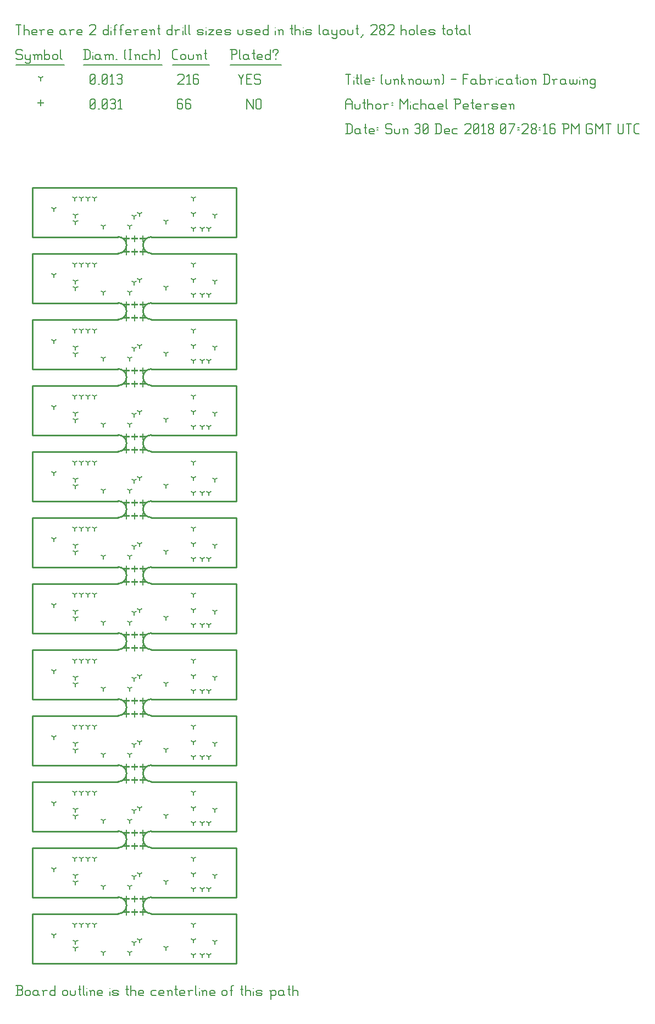
<source format=gbr>
G04 start of page 13 for group -3984 idx -3984 *
G04 Title: (unknown), fab *
G04 Creator: pcb 20140316 *
G04 CreationDate: Sun 30 Dec 2018 07:28:16 PM GMT UTC *
G04 For: railfan *
G04 Format: Gerber/RS-274X *
G04 PCB-Dimensions (mil): 1435.00 4900.00 *
G04 PCB-Coordinate-Origin: lower left *
%MOIN*%
%FSLAX25Y25*%
%LNFAB*%
%ADD52C,0.0100*%
%ADD51C,0.0075*%
%ADD50C,0.0060*%
%ADD49R,0.0080X0.0080*%
G54D49*X77000Y442600D02*Y439400D01*
X75400Y441000D02*X78600D01*
X67000Y442600D02*Y439400D01*
X65400Y441000D02*X68600D01*
X72000Y442600D02*Y439400D01*
X70400Y441000D02*X73600D01*
X77000Y450600D02*Y447400D01*
X75400Y449000D02*X78600D01*
X72000Y450600D02*Y447400D01*
X70400Y449000D02*X73600D01*
X67000Y450600D02*Y447400D01*
X65400Y449000D02*X68600D01*
X77000Y402600D02*Y399400D01*
X75400Y401000D02*X78600D01*
X67000Y402600D02*Y399400D01*
X65400Y401000D02*X68600D01*
X72000Y402600D02*Y399400D01*
X70400Y401000D02*X73600D01*
X77000Y410600D02*Y407400D01*
X75400Y409000D02*X78600D01*
X72000Y410600D02*Y407400D01*
X70400Y409000D02*X73600D01*
X67000Y410600D02*Y407400D01*
X65400Y409000D02*X68600D01*
X77000Y362600D02*Y359400D01*
X75400Y361000D02*X78600D01*
X67000Y362600D02*Y359400D01*
X65400Y361000D02*X68600D01*
X72000Y362600D02*Y359400D01*
X70400Y361000D02*X73600D01*
X77000Y370600D02*Y367400D01*
X75400Y369000D02*X78600D01*
X72000Y370600D02*Y367400D01*
X70400Y369000D02*X73600D01*
X67000Y370600D02*Y367400D01*
X65400Y369000D02*X68600D01*
X77000Y322600D02*Y319400D01*
X75400Y321000D02*X78600D01*
X67000Y322600D02*Y319400D01*
X65400Y321000D02*X68600D01*
X72000Y322600D02*Y319400D01*
X70400Y321000D02*X73600D01*
X77000Y330600D02*Y327400D01*
X75400Y329000D02*X78600D01*
X72000Y330600D02*Y327400D01*
X70400Y329000D02*X73600D01*
X67000Y330600D02*Y327400D01*
X65400Y329000D02*X68600D01*
X77000Y282600D02*Y279400D01*
X75400Y281000D02*X78600D01*
X67000Y282600D02*Y279400D01*
X65400Y281000D02*X68600D01*
X72000Y282600D02*Y279400D01*
X70400Y281000D02*X73600D01*
X77000Y290600D02*Y287400D01*
X75400Y289000D02*X78600D01*
X72000Y290600D02*Y287400D01*
X70400Y289000D02*X73600D01*
X67000Y290600D02*Y287400D01*
X65400Y289000D02*X68600D01*
X77000Y242600D02*Y239400D01*
X75400Y241000D02*X78600D01*
X67000Y242600D02*Y239400D01*
X65400Y241000D02*X68600D01*
X72000Y242600D02*Y239400D01*
X70400Y241000D02*X73600D01*
X77000Y250600D02*Y247400D01*
X75400Y249000D02*X78600D01*
X72000Y250600D02*Y247400D01*
X70400Y249000D02*X73600D01*
X67000Y250600D02*Y247400D01*
X65400Y249000D02*X68600D01*
X77000Y202600D02*Y199400D01*
X75400Y201000D02*X78600D01*
X67000Y202600D02*Y199400D01*
X65400Y201000D02*X68600D01*
X72000Y202600D02*Y199400D01*
X70400Y201000D02*X73600D01*
X77000Y210600D02*Y207400D01*
X75400Y209000D02*X78600D01*
X72000Y210600D02*Y207400D01*
X70400Y209000D02*X73600D01*
X67000Y210600D02*Y207400D01*
X65400Y209000D02*X68600D01*
X77000Y162600D02*Y159400D01*
X75400Y161000D02*X78600D01*
X67000Y162600D02*Y159400D01*
X65400Y161000D02*X68600D01*
X72000Y162600D02*Y159400D01*
X70400Y161000D02*X73600D01*
X77000Y170600D02*Y167400D01*
X75400Y169000D02*X78600D01*
X72000Y170600D02*Y167400D01*
X70400Y169000D02*X73600D01*
X67000Y170600D02*Y167400D01*
X65400Y169000D02*X68600D01*
X77000Y122600D02*Y119400D01*
X75400Y121000D02*X78600D01*
X67000Y122600D02*Y119400D01*
X65400Y121000D02*X68600D01*
X72000Y122600D02*Y119400D01*
X70400Y121000D02*X73600D01*
X77000Y130600D02*Y127400D01*
X75400Y129000D02*X78600D01*
X72000Y130600D02*Y127400D01*
X70400Y129000D02*X73600D01*
X67000Y130600D02*Y127400D01*
X65400Y129000D02*X68600D01*
X77000Y82600D02*Y79400D01*
X75400Y81000D02*X78600D01*
X67000Y82600D02*Y79400D01*
X65400Y81000D02*X68600D01*
X72000Y82600D02*Y79400D01*
X70400Y81000D02*X73600D01*
X77000Y90600D02*Y87400D01*
X75400Y89000D02*X78600D01*
X72000Y90600D02*Y87400D01*
X70400Y89000D02*X73600D01*
X67000Y90600D02*Y87400D01*
X65400Y89000D02*X68600D01*
X77000Y42600D02*Y39400D01*
X75400Y41000D02*X78600D01*
X67000Y42600D02*Y39400D01*
X65400Y41000D02*X68600D01*
X72000Y42600D02*Y39400D01*
X70400Y41000D02*X73600D01*
X77000Y50600D02*Y47400D01*
X75400Y49000D02*X78600D01*
X72000Y50600D02*Y47400D01*
X70400Y49000D02*X73600D01*
X67000Y50600D02*Y47400D01*
X65400Y49000D02*X68600D01*
X15000Y532850D02*Y529650D01*
X13400Y531250D02*X16600D01*
G54D50*X140000Y533500D02*Y527500D01*
Y533500D02*X143750Y527500D01*
Y533500D02*Y527500D01*
X145550Y532750D02*Y528250D01*
Y532750D02*X146300Y533500D01*
X147800D01*
X148550Y532750D01*
Y528250D01*
X147800Y527500D02*X148550Y528250D01*
X146300Y527500D02*X147800D01*
X145550Y528250D02*X146300Y527500D01*
X100250Y533500D02*X101000Y532750D01*
X98750Y533500D02*X100250D01*
X98000Y532750D02*X98750Y533500D01*
X98000Y532750D02*Y528250D01*
X98750Y527500D01*
X100250Y530800D02*X101000Y530050D01*
X98000Y530800D02*X100250D01*
X98750Y527500D02*X100250D01*
X101000Y528250D01*
Y530050D02*Y528250D01*
X105050Y533500D02*X105800Y532750D01*
X103550Y533500D02*X105050D01*
X102800Y532750D02*X103550Y533500D01*
X102800Y532750D02*Y528250D01*
X103550Y527500D01*
X105050Y530800D02*X105800Y530050D01*
X102800Y530800D02*X105050D01*
X103550Y527500D02*X105050D01*
X105800Y528250D01*
Y530050D02*Y528250D01*
X45000D02*X45750Y527500D01*
X45000Y532750D02*Y528250D01*
Y532750D02*X45750Y533500D01*
X47250D01*
X48000Y532750D01*
Y528250D01*
X47250Y527500D02*X48000Y528250D01*
X45750Y527500D02*X47250D01*
X45000Y529000D02*X48000Y532000D01*
X49800Y527500D02*X50550D01*
X52350Y528250D02*X53100Y527500D01*
X52350Y532750D02*Y528250D01*
Y532750D02*X53100Y533500D01*
X54600D01*
X55350Y532750D01*
Y528250D01*
X54600Y527500D02*X55350Y528250D01*
X53100Y527500D02*X54600D01*
X52350Y529000D02*X55350Y532000D01*
X57150Y532750D02*X57900Y533500D01*
X59400D01*
X60150Y532750D01*
X59400Y527500D02*X60150Y528250D01*
X57900Y527500D02*X59400D01*
X57150Y528250D02*X57900Y527500D01*
Y530800D02*X59400D01*
X60150Y532750D02*Y531550D01*
Y530050D02*Y528250D01*
Y530050D02*X59400Y530800D01*
X60150Y531550D02*X59400Y530800D01*
X61950Y532300D02*X63150Y533500D01*
Y527500D01*
X61950D02*X64200D01*
X53000Y456500D02*Y454900D01*
Y456500D02*X54387Y457300D01*
X53000Y456500D02*X51613Y457300D01*
X36063Y459094D02*Y457494D01*
Y459094D02*X37450Y459894D01*
X36063Y459094D02*X34676Y459894D01*
X36063Y463031D02*Y461431D01*
Y463031D02*X37450Y463831D01*
X36063Y463031D02*X34676Y463831D01*
X69000Y456500D02*Y454900D01*
Y456500D02*X70387Y457300D01*
X69000Y456500D02*X67613Y457300D01*
X107500Y464000D02*Y462400D01*
Y464000D02*X108887Y464800D01*
X107500Y464000D02*X106113Y464800D01*
X107500Y455000D02*Y453400D01*
Y455000D02*X108887Y455800D01*
X107500Y455000D02*X106113Y455800D01*
X91000Y459500D02*Y457900D01*
Y459500D02*X92387Y460300D01*
X91000Y459500D02*X89613Y460300D01*
X35500Y473500D02*Y471900D01*
Y473500D02*X36887Y474300D01*
X35500Y473500D02*X34113Y474300D01*
X39500Y473500D02*Y471900D01*
Y473500D02*X40887Y474300D01*
X39500Y473500D02*X38113Y474300D01*
X43500Y473500D02*Y471900D01*
Y473500D02*X44887Y474300D01*
X43500Y473500D02*X42113Y474300D01*
X47500Y473500D02*Y471900D01*
Y473500D02*X48887Y474300D01*
X47500Y473500D02*X46113Y474300D01*
X120500Y463031D02*Y461431D01*
Y463031D02*X121887Y463831D01*
X120500Y463031D02*X119113Y463831D01*
X23000Y466969D02*Y465369D01*
Y466969D02*X24387Y467769D01*
X23000Y466969D02*X21613Y467769D01*
X107500Y473500D02*Y471900D01*
Y473500D02*X108887Y474300D01*
X107500Y473500D02*X106113Y474300D01*
X113000Y455000D02*Y453400D01*
Y455000D02*X114387Y455800D01*
X113000Y455000D02*X111613Y455800D01*
X117000Y455000D02*Y453400D01*
Y455000D02*X118387Y455800D01*
X117000Y455000D02*X115613Y455800D01*
X71500Y462500D02*Y460900D01*
Y462500D02*X72887Y463300D01*
X71500Y462500D02*X70113Y463300D01*
X75000Y464000D02*Y462400D01*
Y464000D02*X76387Y464800D01*
X75000Y464000D02*X73613Y464800D01*
X53000Y416500D02*Y414900D01*
Y416500D02*X54387Y417300D01*
X53000Y416500D02*X51613Y417300D01*
X36063Y419094D02*Y417494D01*
Y419094D02*X37450Y419894D01*
X36063Y419094D02*X34676Y419894D01*
X36063Y423031D02*Y421431D01*
Y423031D02*X37450Y423831D01*
X36063Y423031D02*X34676Y423831D01*
X69000Y416500D02*Y414900D01*
Y416500D02*X70387Y417300D01*
X69000Y416500D02*X67613Y417300D01*
X107500Y424000D02*Y422400D01*
Y424000D02*X108887Y424800D01*
X107500Y424000D02*X106113Y424800D01*
X107500Y415000D02*Y413400D01*
Y415000D02*X108887Y415800D01*
X107500Y415000D02*X106113Y415800D01*
X91000Y419500D02*Y417900D01*
Y419500D02*X92387Y420300D01*
X91000Y419500D02*X89613Y420300D01*
X35500Y433500D02*Y431900D01*
Y433500D02*X36887Y434300D01*
X35500Y433500D02*X34113Y434300D01*
X39500Y433500D02*Y431900D01*
Y433500D02*X40887Y434300D01*
X39500Y433500D02*X38113Y434300D01*
X43500Y433500D02*Y431900D01*
Y433500D02*X44887Y434300D01*
X43500Y433500D02*X42113Y434300D01*
X47500Y433500D02*Y431900D01*
Y433500D02*X48887Y434300D01*
X47500Y433500D02*X46113Y434300D01*
X120500Y423031D02*Y421431D01*
Y423031D02*X121887Y423831D01*
X120500Y423031D02*X119113Y423831D01*
X23000Y426969D02*Y425369D01*
Y426969D02*X24387Y427769D01*
X23000Y426969D02*X21613Y427769D01*
X107500Y433500D02*Y431900D01*
Y433500D02*X108887Y434300D01*
X107500Y433500D02*X106113Y434300D01*
X113000Y415000D02*Y413400D01*
Y415000D02*X114387Y415800D01*
X113000Y415000D02*X111613Y415800D01*
X117000Y415000D02*Y413400D01*
Y415000D02*X118387Y415800D01*
X117000Y415000D02*X115613Y415800D01*
X71500Y422500D02*Y420900D01*
Y422500D02*X72887Y423300D01*
X71500Y422500D02*X70113Y423300D01*
X75000Y424000D02*Y422400D01*
Y424000D02*X76387Y424800D01*
X75000Y424000D02*X73613Y424800D01*
X53000Y376500D02*Y374900D01*
Y376500D02*X54387Y377300D01*
X53000Y376500D02*X51613Y377300D01*
X36063Y379094D02*Y377494D01*
Y379094D02*X37450Y379894D01*
X36063Y379094D02*X34676Y379894D01*
X36063Y383031D02*Y381431D01*
Y383031D02*X37450Y383831D01*
X36063Y383031D02*X34676Y383831D01*
X69000Y376500D02*Y374900D01*
Y376500D02*X70387Y377300D01*
X69000Y376500D02*X67613Y377300D01*
X107500Y384000D02*Y382400D01*
Y384000D02*X108887Y384800D01*
X107500Y384000D02*X106113Y384800D01*
X107500Y375000D02*Y373400D01*
Y375000D02*X108887Y375800D01*
X107500Y375000D02*X106113Y375800D01*
X91000Y379500D02*Y377900D01*
Y379500D02*X92387Y380300D01*
X91000Y379500D02*X89613Y380300D01*
X35500Y393500D02*Y391900D01*
Y393500D02*X36887Y394300D01*
X35500Y393500D02*X34113Y394300D01*
X39500Y393500D02*Y391900D01*
Y393500D02*X40887Y394300D01*
X39500Y393500D02*X38113Y394300D01*
X43500Y393500D02*Y391900D01*
Y393500D02*X44887Y394300D01*
X43500Y393500D02*X42113Y394300D01*
X47500Y393500D02*Y391900D01*
Y393500D02*X48887Y394300D01*
X47500Y393500D02*X46113Y394300D01*
X120500Y383031D02*Y381431D01*
Y383031D02*X121887Y383831D01*
X120500Y383031D02*X119113Y383831D01*
X23000Y386969D02*Y385369D01*
Y386969D02*X24387Y387769D01*
X23000Y386969D02*X21613Y387769D01*
X107500Y393500D02*Y391900D01*
Y393500D02*X108887Y394300D01*
X107500Y393500D02*X106113Y394300D01*
X113000Y375000D02*Y373400D01*
Y375000D02*X114387Y375800D01*
X113000Y375000D02*X111613Y375800D01*
X117000Y375000D02*Y373400D01*
Y375000D02*X118387Y375800D01*
X117000Y375000D02*X115613Y375800D01*
X71500Y382500D02*Y380900D01*
Y382500D02*X72887Y383300D01*
X71500Y382500D02*X70113Y383300D01*
X75000Y384000D02*Y382400D01*
Y384000D02*X76387Y384800D01*
X75000Y384000D02*X73613Y384800D01*
X53000Y336500D02*Y334900D01*
Y336500D02*X54387Y337300D01*
X53000Y336500D02*X51613Y337300D01*
X36063Y339094D02*Y337494D01*
Y339094D02*X37450Y339894D01*
X36063Y339094D02*X34676Y339894D01*
X36063Y343031D02*Y341431D01*
Y343031D02*X37450Y343831D01*
X36063Y343031D02*X34676Y343831D01*
X69000Y336500D02*Y334900D01*
Y336500D02*X70387Y337300D01*
X69000Y336500D02*X67613Y337300D01*
X107500Y344000D02*Y342400D01*
Y344000D02*X108887Y344800D01*
X107500Y344000D02*X106113Y344800D01*
X107500Y335000D02*Y333400D01*
Y335000D02*X108887Y335800D01*
X107500Y335000D02*X106113Y335800D01*
X91000Y339500D02*Y337900D01*
Y339500D02*X92387Y340300D01*
X91000Y339500D02*X89613Y340300D01*
X35500Y353500D02*Y351900D01*
Y353500D02*X36887Y354300D01*
X35500Y353500D02*X34113Y354300D01*
X39500Y353500D02*Y351900D01*
Y353500D02*X40887Y354300D01*
X39500Y353500D02*X38113Y354300D01*
X43500Y353500D02*Y351900D01*
Y353500D02*X44887Y354300D01*
X43500Y353500D02*X42113Y354300D01*
X47500Y353500D02*Y351900D01*
Y353500D02*X48887Y354300D01*
X47500Y353500D02*X46113Y354300D01*
X120500Y343031D02*Y341431D01*
Y343031D02*X121887Y343831D01*
X120500Y343031D02*X119113Y343831D01*
X23000Y346969D02*Y345369D01*
Y346969D02*X24387Y347769D01*
X23000Y346969D02*X21613Y347769D01*
X107500Y353500D02*Y351900D01*
Y353500D02*X108887Y354300D01*
X107500Y353500D02*X106113Y354300D01*
X113000Y335000D02*Y333400D01*
Y335000D02*X114387Y335800D01*
X113000Y335000D02*X111613Y335800D01*
X117000Y335000D02*Y333400D01*
Y335000D02*X118387Y335800D01*
X117000Y335000D02*X115613Y335800D01*
X71500Y342500D02*Y340900D01*
Y342500D02*X72887Y343300D01*
X71500Y342500D02*X70113Y343300D01*
X75000Y344000D02*Y342400D01*
Y344000D02*X76387Y344800D01*
X75000Y344000D02*X73613Y344800D01*
X53000Y296500D02*Y294900D01*
Y296500D02*X54387Y297300D01*
X53000Y296500D02*X51613Y297300D01*
X36063Y299094D02*Y297494D01*
Y299094D02*X37450Y299894D01*
X36063Y299094D02*X34676Y299894D01*
X36063Y303031D02*Y301431D01*
Y303031D02*X37450Y303831D01*
X36063Y303031D02*X34676Y303831D01*
X69000Y296500D02*Y294900D01*
Y296500D02*X70387Y297300D01*
X69000Y296500D02*X67613Y297300D01*
X107500Y304000D02*Y302400D01*
Y304000D02*X108887Y304800D01*
X107500Y304000D02*X106113Y304800D01*
X107500Y295000D02*Y293400D01*
Y295000D02*X108887Y295800D01*
X107500Y295000D02*X106113Y295800D01*
X91000Y299500D02*Y297900D01*
Y299500D02*X92387Y300300D01*
X91000Y299500D02*X89613Y300300D01*
X35500Y313500D02*Y311900D01*
Y313500D02*X36887Y314300D01*
X35500Y313500D02*X34113Y314300D01*
X39500Y313500D02*Y311900D01*
Y313500D02*X40887Y314300D01*
X39500Y313500D02*X38113Y314300D01*
X43500Y313500D02*Y311900D01*
Y313500D02*X44887Y314300D01*
X43500Y313500D02*X42113Y314300D01*
X47500Y313500D02*Y311900D01*
Y313500D02*X48887Y314300D01*
X47500Y313500D02*X46113Y314300D01*
X120500Y303031D02*Y301431D01*
Y303031D02*X121887Y303831D01*
X120500Y303031D02*X119113Y303831D01*
X23000Y306969D02*Y305369D01*
Y306969D02*X24387Y307769D01*
X23000Y306969D02*X21613Y307769D01*
X107500Y313500D02*Y311900D01*
Y313500D02*X108887Y314300D01*
X107500Y313500D02*X106113Y314300D01*
X113000Y295000D02*Y293400D01*
Y295000D02*X114387Y295800D01*
X113000Y295000D02*X111613Y295800D01*
X117000Y295000D02*Y293400D01*
Y295000D02*X118387Y295800D01*
X117000Y295000D02*X115613Y295800D01*
X71500Y302500D02*Y300900D01*
Y302500D02*X72887Y303300D01*
X71500Y302500D02*X70113Y303300D01*
X75000Y304000D02*Y302400D01*
Y304000D02*X76387Y304800D01*
X75000Y304000D02*X73613Y304800D01*
X53000Y256500D02*Y254900D01*
Y256500D02*X54387Y257300D01*
X53000Y256500D02*X51613Y257300D01*
X36063Y259094D02*Y257494D01*
Y259094D02*X37450Y259894D01*
X36063Y259094D02*X34676Y259894D01*
X36063Y263031D02*Y261431D01*
Y263031D02*X37450Y263831D01*
X36063Y263031D02*X34676Y263831D01*
X69000Y256500D02*Y254900D01*
Y256500D02*X70387Y257300D01*
X69000Y256500D02*X67613Y257300D01*
X107500Y264000D02*Y262400D01*
Y264000D02*X108887Y264800D01*
X107500Y264000D02*X106113Y264800D01*
X107500Y255000D02*Y253400D01*
Y255000D02*X108887Y255800D01*
X107500Y255000D02*X106113Y255800D01*
X91000Y259500D02*Y257900D01*
Y259500D02*X92387Y260300D01*
X91000Y259500D02*X89613Y260300D01*
X35500Y273500D02*Y271900D01*
Y273500D02*X36887Y274300D01*
X35500Y273500D02*X34113Y274300D01*
X39500Y273500D02*Y271900D01*
Y273500D02*X40887Y274300D01*
X39500Y273500D02*X38113Y274300D01*
X43500Y273500D02*Y271900D01*
Y273500D02*X44887Y274300D01*
X43500Y273500D02*X42113Y274300D01*
X47500Y273500D02*Y271900D01*
Y273500D02*X48887Y274300D01*
X47500Y273500D02*X46113Y274300D01*
X120500Y263031D02*Y261431D01*
Y263031D02*X121887Y263831D01*
X120500Y263031D02*X119113Y263831D01*
X23000Y266969D02*Y265369D01*
Y266969D02*X24387Y267769D01*
X23000Y266969D02*X21613Y267769D01*
X107500Y273500D02*Y271900D01*
Y273500D02*X108887Y274300D01*
X107500Y273500D02*X106113Y274300D01*
X113000Y255000D02*Y253400D01*
Y255000D02*X114387Y255800D01*
X113000Y255000D02*X111613Y255800D01*
X117000Y255000D02*Y253400D01*
Y255000D02*X118387Y255800D01*
X117000Y255000D02*X115613Y255800D01*
X71500Y262500D02*Y260900D01*
Y262500D02*X72887Y263300D01*
X71500Y262500D02*X70113Y263300D01*
X75000Y264000D02*Y262400D01*
Y264000D02*X76387Y264800D01*
X75000Y264000D02*X73613Y264800D01*
X53000Y216500D02*Y214900D01*
Y216500D02*X54387Y217300D01*
X53000Y216500D02*X51613Y217300D01*
X36063Y219094D02*Y217494D01*
Y219094D02*X37450Y219894D01*
X36063Y219094D02*X34676Y219894D01*
X36063Y223031D02*Y221431D01*
Y223031D02*X37450Y223831D01*
X36063Y223031D02*X34676Y223831D01*
X69000Y216500D02*Y214900D01*
Y216500D02*X70387Y217300D01*
X69000Y216500D02*X67613Y217300D01*
X107500Y224000D02*Y222400D01*
Y224000D02*X108887Y224800D01*
X107500Y224000D02*X106113Y224800D01*
X107500Y215000D02*Y213400D01*
Y215000D02*X108887Y215800D01*
X107500Y215000D02*X106113Y215800D01*
X91000Y219500D02*Y217900D01*
Y219500D02*X92387Y220300D01*
X91000Y219500D02*X89613Y220300D01*
X35500Y233500D02*Y231900D01*
Y233500D02*X36887Y234300D01*
X35500Y233500D02*X34113Y234300D01*
X39500Y233500D02*Y231900D01*
Y233500D02*X40887Y234300D01*
X39500Y233500D02*X38113Y234300D01*
X43500Y233500D02*Y231900D01*
Y233500D02*X44887Y234300D01*
X43500Y233500D02*X42113Y234300D01*
X47500Y233500D02*Y231900D01*
Y233500D02*X48887Y234300D01*
X47500Y233500D02*X46113Y234300D01*
X120500Y223031D02*Y221431D01*
Y223031D02*X121887Y223831D01*
X120500Y223031D02*X119113Y223831D01*
X23000Y226969D02*Y225369D01*
Y226969D02*X24387Y227769D01*
X23000Y226969D02*X21613Y227769D01*
X107500Y233500D02*Y231900D01*
Y233500D02*X108887Y234300D01*
X107500Y233500D02*X106113Y234300D01*
X113000Y215000D02*Y213400D01*
Y215000D02*X114387Y215800D01*
X113000Y215000D02*X111613Y215800D01*
X117000Y215000D02*Y213400D01*
Y215000D02*X118387Y215800D01*
X117000Y215000D02*X115613Y215800D01*
X71500Y222500D02*Y220900D01*
Y222500D02*X72887Y223300D01*
X71500Y222500D02*X70113Y223300D01*
X75000Y224000D02*Y222400D01*
Y224000D02*X76387Y224800D01*
X75000Y224000D02*X73613Y224800D01*
X53000Y176500D02*Y174900D01*
Y176500D02*X54387Y177300D01*
X53000Y176500D02*X51613Y177300D01*
X36063Y179094D02*Y177494D01*
Y179094D02*X37450Y179894D01*
X36063Y179094D02*X34676Y179894D01*
X36063Y183031D02*Y181431D01*
Y183031D02*X37450Y183831D01*
X36063Y183031D02*X34676Y183831D01*
X69000Y176500D02*Y174900D01*
Y176500D02*X70387Y177300D01*
X69000Y176500D02*X67613Y177300D01*
X107500Y184000D02*Y182400D01*
Y184000D02*X108887Y184800D01*
X107500Y184000D02*X106113Y184800D01*
X107500Y175000D02*Y173400D01*
Y175000D02*X108887Y175800D01*
X107500Y175000D02*X106113Y175800D01*
X91000Y179500D02*Y177900D01*
Y179500D02*X92387Y180300D01*
X91000Y179500D02*X89613Y180300D01*
X35500Y193500D02*Y191900D01*
Y193500D02*X36887Y194300D01*
X35500Y193500D02*X34113Y194300D01*
X39500Y193500D02*Y191900D01*
Y193500D02*X40887Y194300D01*
X39500Y193500D02*X38113Y194300D01*
X43500Y193500D02*Y191900D01*
Y193500D02*X44887Y194300D01*
X43500Y193500D02*X42113Y194300D01*
X47500Y193500D02*Y191900D01*
Y193500D02*X48887Y194300D01*
X47500Y193500D02*X46113Y194300D01*
X120500Y183031D02*Y181431D01*
Y183031D02*X121887Y183831D01*
X120500Y183031D02*X119113Y183831D01*
X23000Y186969D02*Y185369D01*
Y186969D02*X24387Y187769D01*
X23000Y186969D02*X21613Y187769D01*
X107500Y193500D02*Y191900D01*
Y193500D02*X108887Y194300D01*
X107500Y193500D02*X106113Y194300D01*
X113000Y175000D02*Y173400D01*
Y175000D02*X114387Y175800D01*
X113000Y175000D02*X111613Y175800D01*
X117000Y175000D02*Y173400D01*
Y175000D02*X118387Y175800D01*
X117000Y175000D02*X115613Y175800D01*
X71500Y182500D02*Y180900D01*
Y182500D02*X72887Y183300D01*
X71500Y182500D02*X70113Y183300D01*
X75000Y184000D02*Y182400D01*
Y184000D02*X76387Y184800D01*
X75000Y184000D02*X73613Y184800D01*
X53000Y136500D02*Y134900D01*
Y136500D02*X54387Y137300D01*
X53000Y136500D02*X51613Y137300D01*
X36063Y139094D02*Y137494D01*
Y139094D02*X37450Y139894D01*
X36063Y139094D02*X34676Y139894D01*
X36063Y143031D02*Y141431D01*
Y143031D02*X37450Y143831D01*
X36063Y143031D02*X34676Y143831D01*
X69000Y136500D02*Y134900D01*
Y136500D02*X70387Y137300D01*
X69000Y136500D02*X67613Y137300D01*
X107500Y144000D02*Y142400D01*
Y144000D02*X108887Y144800D01*
X107500Y144000D02*X106113Y144800D01*
X107500Y135000D02*Y133400D01*
Y135000D02*X108887Y135800D01*
X107500Y135000D02*X106113Y135800D01*
X91000Y139500D02*Y137900D01*
Y139500D02*X92387Y140300D01*
X91000Y139500D02*X89613Y140300D01*
X35500Y153500D02*Y151900D01*
Y153500D02*X36887Y154300D01*
X35500Y153500D02*X34113Y154300D01*
X39500Y153500D02*Y151900D01*
Y153500D02*X40887Y154300D01*
X39500Y153500D02*X38113Y154300D01*
X43500Y153500D02*Y151900D01*
Y153500D02*X44887Y154300D01*
X43500Y153500D02*X42113Y154300D01*
X47500Y153500D02*Y151900D01*
Y153500D02*X48887Y154300D01*
X47500Y153500D02*X46113Y154300D01*
X120500Y143031D02*Y141431D01*
Y143031D02*X121887Y143831D01*
X120500Y143031D02*X119113Y143831D01*
X23000Y146969D02*Y145369D01*
Y146969D02*X24387Y147769D01*
X23000Y146969D02*X21613Y147769D01*
X107500Y153500D02*Y151900D01*
Y153500D02*X108887Y154300D01*
X107500Y153500D02*X106113Y154300D01*
X113000Y135000D02*Y133400D01*
Y135000D02*X114387Y135800D01*
X113000Y135000D02*X111613Y135800D01*
X117000Y135000D02*Y133400D01*
Y135000D02*X118387Y135800D01*
X117000Y135000D02*X115613Y135800D01*
X71500Y142500D02*Y140900D01*
Y142500D02*X72887Y143300D01*
X71500Y142500D02*X70113Y143300D01*
X75000Y144000D02*Y142400D01*
Y144000D02*X76387Y144800D01*
X75000Y144000D02*X73613Y144800D01*
X53000Y96500D02*Y94900D01*
Y96500D02*X54387Y97300D01*
X53000Y96500D02*X51613Y97300D01*
X36063Y99094D02*Y97494D01*
Y99094D02*X37450Y99894D01*
X36063Y99094D02*X34676Y99894D01*
X36063Y103031D02*Y101431D01*
Y103031D02*X37450Y103831D01*
X36063Y103031D02*X34676Y103831D01*
X69000Y96500D02*Y94900D01*
Y96500D02*X70387Y97300D01*
X69000Y96500D02*X67613Y97300D01*
X107500Y104000D02*Y102400D01*
Y104000D02*X108887Y104800D01*
X107500Y104000D02*X106113Y104800D01*
X107500Y95000D02*Y93400D01*
Y95000D02*X108887Y95800D01*
X107500Y95000D02*X106113Y95800D01*
X91000Y99500D02*Y97900D01*
Y99500D02*X92387Y100300D01*
X91000Y99500D02*X89613Y100300D01*
X35500Y113500D02*Y111900D01*
Y113500D02*X36887Y114300D01*
X35500Y113500D02*X34113Y114300D01*
X39500Y113500D02*Y111900D01*
Y113500D02*X40887Y114300D01*
X39500Y113500D02*X38113Y114300D01*
X43500Y113500D02*Y111900D01*
Y113500D02*X44887Y114300D01*
X43500Y113500D02*X42113Y114300D01*
X47500Y113500D02*Y111900D01*
Y113500D02*X48887Y114300D01*
X47500Y113500D02*X46113Y114300D01*
X120500Y103031D02*Y101431D01*
Y103031D02*X121887Y103831D01*
X120500Y103031D02*X119113Y103831D01*
X23000Y106969D02*Y105369D01*
Y106969D02*X24387Y107769D01*
X23000Y106969D02*X21613Y107769D01*
X107500Y113500D02*Y111900D01*
Y113500D02*X108887Y114300D01*
X107500Y113500D02*X106113Y114300D01*
X113000Y95000D02*Y93400D01*
Y95000D02*X114387Y95800D01*
X113000Y95000D02*X111613Y95800D01*
X117000Y95000D02*Y93400D01*
Y95000D02*X118387Y95800D01*
X117000Y95000D02*X115613Y95800D01*
X71500Y102500D02*Y100900D01*
Y102500D02*X72887Y103300D01*
X71500Y102500D02*X70113Y103300D01*
X75000Y104000D02*Y102400D01*
Y104000D02*X76387Y104800D01*
X75000Y104000D02*X73613Y104800D01*
X53000Y56500D02*Y54900D01*
Y56500D02*X54387Y57300D01*
X53000Y56500D02*X51613Y57300D01*
X36063Y59094D02*Y57494D01*
Y59094D02*X37450Y59894D01*
X36063Y59094D02*X34676Y59894D01*
X36063Y63031D02*Y61431D01*
Y63031D02*X37450Y63831D01*
X36063Y63031D02*X34676Y63831D01*
X69000Y56500D02*Y54900D01*
Y56500D02*X70387Y57300D01*
X69000Y56500D02*X67613Y57300D01*
X107500Y64000D02*Y62400D01*
Y64000D02*X108887Y64800D01*
X107500Y64000D02*X106113Y64800D01*
X107500Y55000D02*Y53400D01*
Y55000D02*X108887Y55800D01*
X107500Y55000D02*X106113Y55800D01*
X91000Y59500D02*Y57900D01*
Y59500D02*X92387Y60300D01*
X91000Y59500D02*X89613Y60300D01*
X35500Y73500D02*Y71900D01*
Y73500D02*X36887Y74300D01*
X35500Y73500D02*X34113Y74300D01*
X39500Y73500D02*Y71900D01*
Y73500D02*X40887Y74300D01*
X39500Y73500D02*X38113Y74300D01*
X43500Y73500D02*Y71900D01*
Y73500D02*X44887Y74300D01*
X43500Y73500D02*X42113Y74300D01*
X47500Y73500D02*Y71900D01*
Y73500D02*X48887Y74300D01*
X47500Y73500D02*X46113Y74300D01*
X120500Y63031D02*Y61431D01*
Y63031D02*X121887Y63831D01*
X120500Y63031D02*X119113Y63831D01*
X23000Y66969D02*Y65369D01*
Y66969D02*X24387Y67769D01*
X23000Y66969D02*X21613Y67769D01*
X107500Y73500D02*Y71900D01*
Y73500D02*X108887Y74300D01*
X107500Y73500D02*X106113Y74300D01*
X113000Y55000D02*Y53400D01*
Y55000D02*X114387Y55800D01*
X113000Y55000D02*X111613Y55800D01*
X117000Y55000D02*Y53400D01*
Y55000D02*X118387Y55800D01*
X117000Y55000D02*X115613Y55800D01*
X71500Y62500D02*Y60900D01*
Y62500D02*X72887Y63300D01*
X71500Y62500D02*X70113Y63300D01*
X75000Y64000D02*Y62400D01*
Y64000D02*X76387Y64800D01*
X75000Y64000D02*X73613Y64800D01*
X53000Y16500D02*Y14900D01*
Y16500D02*X54387Y17300D01*
X53000Y16500D02*X51613Y17300D01*
X36063Y19094D02*Y17494D01*
Y19094D02*X37450Y19894D01*
X36063Y19094D02*X34676Y19894D01*
X36063Y23031D02*Y21431D01*
Y23031D02*X37450Y23831D01*
X36063Y23031D02*X34676Y23831D01*
X69000Y16500D02*Y14900D01*
Y16500D02*X70387Y17300D01*
X69000Y16500D02*X67613Y17300D01*
X107500Y24000D02*Y22400D01*
Y24000D02*X108887Y24800D01*
X107500Y24000D02*X106113Y24800D01*
X107500Y15000D02*Y13400D01*
Y15000D02*X108887Y15800D01*
X107500Y15000D02*X106113Y15800D01*
X91000Y19500D02*Y17900D01*
Y19500D02*X92387Y20300D01*
X91000Y19500D02*X89613Y20300D01*
X35500Y33500D02*Y31900D01*
Y33500D02*X36887Y34300D01*
X35500Y33500D02*X34113Y34300D01*
X39500Y33500D02*Y31900D01*
Y33500D02*X40887Y34300D01*
X39500Y33500D02*X38113Y34300D01*
X43500Y33500D02*Y31900D01*
Y33500D02*X44887Y34300D01*
X43500Y33500D02*X42113Y34300D01*
X47500Y33500D02*Y31900D01*
Y33500D02*X48887Y34300D01*
X47500Y33500D02*X46113Y34300D01*
X120500Y23031D02*Y21431D01*
Y23031D02*X121887Y23831D01*
X120500Y23031D02*X119113Y23831D01*
X23000Y26969D02*Y25369D01*
Y26969D02*X24387Y27769D01*
X23000Y26969D02*X21613Y27769D01*
X107500Y33500D02*Y31900D01*
Y33500D02*X108887Y34300D01*
X107500Y33500D02*X106113Y34300D01*
X113000Y15000D02*Y13400D01*
Y15000D02*X114387Y15800D01*
X113000Y15000D02*X111613Y15800D01*
X117000Y15000D02*Y13400D01*
Y15000D02*X118387Y15800D01*
X117000Y15000D02*X115613Y15800D01*
X71500Y22500D02*Y20900D01*
Y22500D02*X72887Y23300D01*
X71500Y22500D02*X70113Y23300D01*
X75000Y24000D02*Y22400D01*
Y24000D02*X76387Y24800D01*
X75000Y24000D02*X73613Y24800D01*
X15000Y546250D02*Y544650D01*
Y546250D02*X16387Y547050D01*
X15000Y546250D02*X13613Y547050D01*
X135000Y548500D02*X136500Y545500D01*
X138000Y548500D01*
X136500Y545500D02*Y542500D01*
X139800Y545800D02*X142050D01*
X139800Y542500D02*X142800D01*
X139800Y548500D02*Y542500D01*
Y548500D02*X142800D01*
X147600D02*X148350Y547750D01*
X145350Y548500D02*X147600D01*
X144600Y547750D02*X145350Y548500D01*
X144600Y547750D02*Y546250D01*
X145350Y545500D01*
X147600D01*
X148350Y544750D01*
Y543250D01*
X147600Y542500D02*X148350Y543250D01*
X145350Y542500D02*X147600D01*
X144600Y543250D02*X145350Y542500D01*
X98000Y547750D02*X98750Y548500D01*
X101000D01*
X101750Y547750D01*
Y546250D01*
X98000Y542500D02*X101750Y546250D01*
X98000Y542500D02*X101750D01*
X103550Y547300D02*X104750Y548500D01*
Y542500D01*
X103550D02*X105800D01*
X109850Y548500D02*X110600Y547750D01*
X108350Y548500D02*X109850D01*
X107600Y547750D02*X108350Y548500D01*
X107600Y547750D02*Y543250D01*
X108350Y542500D01*
X109850Y545800D02*X110600Y545050D01*
X107600Y545800D02*X109850D01*
X108350Y542500D02*X109850D01*
X110600Y543250D01*
Y545050D02*Y543250D01*
X45000D02*X45750Y542500D01*
X45000Y547750D02*Y543250D01*
Y547750D02*X45750Y548500D01*
X47250D01*
X48000Y547750D01*
Y543250D01*
X47250Y542500D02*X48000Y543250D01*
X45750Y542500D02*X47250D01*
X45000Y544000D02*X48000Y547000D01*
X49800Y542500D02*X50550D01*
X52350Y543250D02*X53100Y542500D01*
X52350Y547750D02*Y543250D01*
Y547750D02*X53100Y548500D01*
X54600D01*
X55350Y547750D01*
Y543250D01*
X54600Y542500D02*X55350Y543250D01*
X53100Y542500D02*X54600D01*
X52350Y544000D02*X55350Y547000D01*
X57150Y547300D02*X58350Y548500D01*
Y542500D01*
X57150D02*X59400D01*
X61200Y547750D02*X61950Y548500D01*
X63450D01*
X64200Y547750D01*
X63450Y542500D02*X64200Y543250D01*
X61950Y542500D02*X63450D01*
X61200Y543250D02*X61950Y542500D01*
Y545800D02*X63450D01*
X64200Y547750D02*Y546550D01*
Y545050D02*Y543250D01*
Y545050D02*X63450Y545800D01*
X64200Y546550D02*X63450Y545800D01*
X3000Y563500D02*X3750Y562750D01*
X750Y563500D02*X3000D01*
X0Y562750D02*X750Y563500D01*
X0Y562750D02*Y561250D01*
X750Y560500D01*
X3000D01*
X3750Y559750D01*
Y558250D01*
X3000Y557500D02*X3750Y558250D01*
X750Y557500D02*X3000D01*
X0Y558250D02*X750Y557500D01*
X5550Y560500D02*Y558250D01*
X6300Y557500D01*
X8550Y560500D02*Y556000D01*
X7800Y555250D02*X8550Y556000D01*
X6300Y555250D02*X7800D01*
X5550Y556000D02*X6300Y555250D01*
Y557500D02*X7800D01*
X8550Y558250D01*
X11100Y559750D02*Y557500D01*
Y559750D02*X11850Y560500D01*
X12600D01*
X13350Y559750D01*
Y557500D01*
Y559750D02*X14100Y560500D01*
X14850D01*
X15600Y559750D01*
Y557500D01*
X10350Y560500D02*X11100Y559750D01*
X17400Y563500D02*Y557500D01*
Y558250D02*X18150Y557500D01*
X19650D01*
X20400Y558250D01*
Y559750D02*Y558250D01*
X19650Y560500D02*X20400Y559750D01*
X18150Y560500D02*X19650D01*
X17400Y559750D02*X18150Y560500D01*
X22200Y559750D02*Y558250D01*
Y559750D02*X22950Y560500D01*
X24450D01*
X25200Y559750D01*
Y558250D01*
X24450Y557500D02*X25200Y558250D01*
X22950Y557500D02*X24450D01*
X22200Y558250D02*X22950Y557500D01*
X27000Y563500D02*Y558250D01*
X27750Y557500D01*
X0Y554250D02*X29250D01*
X41750Y563500D02*Y557500D01*
X43700Y563500D02*X44750Y562450D01*
Y558550D01*
X43700Y557500D02*X44750Y558550D01*
X41000Y557500D02*X43700D01*
X41000Y563500D02*X43700D01*
G54D51*X46550Y562000D02*Y561850D01*
G54D50*Y559750D02*Y557500D01*
X50300Y560500D02*X51050Y559750D01*
X48800Y560500D02*X50300D01*
X48050Y559750D02*X48800Y560500D01*
X48050Y559750D02*Y558250D01*
X48800Y557500D01*
X51050Y560500D02*Y558250D01*
X51800Y557500D01*
X48800D02*X50300D01*
X51050Y558250D01*
X54350Y559750D02*Y557500D01*
Y559750D02*X55100Y560500D01*
X55850D01*
X56600Y559750D01*
Y557500D01*
Y559750D02*X57350Y560500D01*
X58100D01*
X58850Y559750D01*
Y557500D01*
X53600Y560500D02*X54350Y559750D01*
X60650Y557500D02*X61400D01*
X65900Y558250D02*X66650Y557500D01*
X65900Y562750D02*X66650Y563500D01*
X65900Y562750D02*Y558250D01*
X68450Y563500D02*X69950D01*
X69200D02*Y557500D01*
X68450D02*X69950D01*
X72500Y559750D02*Y557500D01*
Y559750D02*X73250Y560500D01*
X74000D01*
X74750Y559750D01*
Y557500D01*
X71750Y560500D02*X72500Y559750D01*
X77300Y560500D02*X79550D01*
X76550Y559750D02*X77300Y560500D01*
X76550Y559750D02*Y558250D01*
X77300Y557500D01*
X79550D01*
X81350Y563500D02*Y557500D01*
Y559750D02*X82100Y560500D01*
X83600D01*
X84350Y559750D01*
Y557500D01*
X86150Y563500D02*X86900Y562750D01*
Y558250D01*
X86150Y557500D02*X86900Y558250D01*
X41000Y554250D02*X88700D01*
X96050Y557500D02*X98000D01*
X95000Y558550D02*X96050Y557500D01*
X95000Y562450D02*Y558550D01*
Y562450D02*X96050Y563500D01*
X98000D01*
X99800Y559750D02*Y558250D01*
Y559750D02*X100550Y560500D01*
X102050D01*
X102800Y559750D01*
Y558250D01*
X102050Y557500D02*X102800Y558250D01*
X100550Y557500D02*X102050D01*
X99800Y558250D02*X100550Y557500D01*
X104600Y560500D02*Y558250D01*
X105350Y557500D01*
X106850D01*
X107600Y558250D01*
Y560500D02*Y558250D01*
X110150Y559750D02*Y557500D01*
Y559750D02*X110900Y560500D01*
X111650D01*
X112400Y559750D01*
Y557500D01*
X109400Y560500D02*X110150Y559750D01*
X114950Y563500D02*Y558250D01*
X115700Y557500D01*
X114200Y561250D02*X115700D01*
X95000Y554250D02*X117200D01*
X130750Y563500D02*Y557500D01*
X130000Y563500D02*X133000D01*
X133750Y562750D01*
Y561250D01*
X133000Y560500D02*X133750Y561250D01*
X130750Y560500D02*X133000D01*
X135550Y563500D02*Y558250D01*
X136300Y557500D01*
X140050Y560500D02*X140800Y559750D01*
X138550Y560500D02*X140050D01*
X137800Y559750D02*X138550Y560500D01*
X137800Y559750D02*Y558250D01*
X138550Y557500D01*
X140800Y560500D02*Y558250D01*
X141550Y557500D01*
X138550D02*X140050D01*
X140800Y558250D01*
X144100Y563500D02*Y558250D01*
X144850Y557500D01*
X143350Y561250D02*X144850D01*
X147100Y557500D02*X149350D01*
X146350Y558250D02*X147100Y557500D01*
X146350Y559750D02*Y558250D01*
Y559750D02*X147100Y560500D01*
X148600D01*
X149350Y559750D01*
X146350Y559000D02*X149350D01*
Y559750D02*Y559000D01*
X154150Y563500D02*Y557500D01*
X153400D02*X154150Y558250D01*
X151900Y557500D02*X153400D01*
X151150Y558250D02*X151900Y557500D01*
X151150Y559750D02*Y558250D01*
Y559750D02*X151900Y560500D01*
X153400D01*
X154150Y559750D01*
X157450Y560500D02*Y559750D01*
Y558250D02*Y557500D01*
X155950Y562750D02*Y562000D01*
Y562750D02*X156700Y563500D01*
X158200D01*
X158950Y562750D01*
Y562000D01*
X157450Y560500D02*X158950Y562000D01*
X130000Y554250D02*X160750D01*
X0Y578500D02*X3000D01*
X1500D02*Y572500D01*
X4800Y578500D02*Y572500D01*
Y574750D02*X5550Y575500D01*
X7050D01*
X7800Y574750D01*
Y572500D01*
X10350D02*X12600D01*
X9600Y573250D02*X10350Y572500D01*
X9600Y574750D02*Y573250D01*
Y574750D02*X10350Y575500D01*
X11850D01*
X12600Y574750D01*
X9600Y574000D02*X12600D01*
Y574750D02*Y574000D01*
X15150Y574750D02*Y572500D01*
Y574750D02*X15900Y575500D01*
X17400D01*
X14400D02*X15150Y574750D01*
X19950Y572500D02*X22200D01*
X19200Y573250D02*X19950Y572500D01*
X19200Y574750D02*Y573250D01*
Y574750D02*X19950Y575500D01*
X21450D01*
X22200Y574750D01*
X19200Y574000D02*X22200D01*
Y574750D02*Y574000D01*
X28950Y575500D02*X29700Y574750D01*
X27450Y575500D02*X28950D01*
X26700Y574750D02*X27450Y575500D01*
X26700Y574750D02*Y573250D01*
X27450Y572500D01*
X29700Y575500D02*Y573250D01*
X30450Y572500D01*
X27450D02*X28950D01*
X29700Y573250D01*
X33000Y574750D02*Y572500D01*
Y574750D02*X33750Y575500D01*
X35250D01*
X32250D02*X33000Y574750D01*
X37800Y572500D02*X40050D01*
X37050Y573250D02*X37800Y572500D01*
X37050Y574750D02*Y573250D01*
Y574750D02*X37800Y575500D01*
X39300D01*
X40050Y574750D01*
X37050Y574000D02*X40050D01*
Y574750D02*Y574000D01*
X44550Y577750D02*X45300Y578500D01*
X47550D01*
X48300Y577750D01*
Y576250D01*
X44550Y572500D02*X48300Y576250D01*
X44550Y572500D02*X48300D01*
X55800Y578500D02*Y572500D01*
X55050D02*X55800Y573250D01*
X53550Y572500D02*X55050D01*
X52800Y573250D02*X53550Y572500D01*
X52800Y574750D02*Y573250D01*
Y574750D02*X53550Y575500D01*
X55050D01*
X55800Y574750D01*
G54D51*X57600Y577000D02*Y576850D01*
G54D50*Y574750D02*Y572500D01*
X59850Y577750D02*Y572500D01*
Y577750D02*X60600Y578500D01*
X61350D01*
X59100Y575500D02*X60600D01*
X63600Y577750D02*Y572500D01*
Y577750D02*X64350Y578500D01*
X65100D01*
X62850Y575500D02*X64350D01*
X67350Y572500D02*X69600D01*
X66600Y573250D02*X67350Y572500D01*
X66600Y574750D02*Y573250D01*
Y574750D02*X67350Y575500D01*
X68850D01*
X69600Y574750D01*
X66600Y574000D02*X69600D01*
Y574750D02*Y574000D01*
X72150Y574750D02*Y572500D01*
Y574750D02*X72900Y575500D01*
X74400D01*
X71400D02*X72150Y574750D01*
X76950Y572500D02*X79200D01*
X76200Y573250D02*X76950Y572500D01*
X76200Y574750D02*Y573250D01*
Y574750D02*X76950Y575500D01*
X78450D01*
X79200Y574750D01*
X76200Y574000D02*X79200D01*
Y574750D02*Y574000D01*
X81750Y574750D02*Y572500D01*
Y574750D02*X82500Y575500D01*
X83250D01*
X84000Y574750D01*
Y572500D01*
X81000Y575500D02*X81750Y574750D01*
X86550Y578500D02*Y573250D01*
X87300Y572500D01*
X85800Y576250D02*X87300D01*
X94500Y578500D02*Y572500D01*
X93750D02*X94500Y573250D01*
X92250Y572500D02*X93750D01*
X91500Y573250D02*X92250Y572500D01*
X91500Y574750D02*Y573250D01*
Y574750D02*X92250Y575500D01*
X93750D01*
X94500Y574750D01*
X97050D02*Y572500D01*
Y574750D02*X97800Y575500D01*
X99300D01*
X96300D02*X97050Y574750D01*
G54D51*X101100Y577000D02*Y576850D01*
G54D50*Y574750D02*Y572500D01*
X102600Y578500D02*Y573250D01*
X103350Y572500D01*
X104850Y578500D02*Y573250D01*
X105600Y572500D01*
X110550D02*X112800D01*
X113550Y573250D01*
X112800Y574000D02*X113550Y573250D01*
X110550Y574000D02*X112800D01*
X109800Y574750D02*X110550Y574000D01*
X109800Y574750D02*X110550Y575500D01*
X112800D01*
X113550Y574750D01*
X109800Y573250D02*X110550Y572500D01*
G54D51*X115350Y577000D02*Y576850D01*
G54D50*Y574750D02*Y572500D01*
X116850Y575500D02*X119850D01*
X116850Y572500D02*X119850Y575500D01*
X116850Y572500D02*X119850D01*
X122400D02*X124650D01*
X121650Y573250D02*X122400Y572500D01*
X121650Y574750D02*Y573250D01*
Y574750D02*X122400Y575500D01*
X123900D01*
X124650Y574750D01*
X121650Y574000D02*X124650D01*
Y574750D02*Y574000D01*
X127200Y572500D02*X129450D01*
X130200Y573250D01*
X129450Y574000D02*X130200Y573250D01*
X127200Y574000D02*X129450D01*
X126450Y574750D02*X127200Y574000D01*
X126450Y574750D02*X127200Y575500D01*
X129450D01*
X130200Y574750D01*
X126450Y573250D02*X127200Y572500D01*
X134700Y575500D02*Y573250D01*
X135450Y572500D01*
X136950D01*
X137700Y573250D01*
Y575500D02*Y573250D01*
X140250Y572500D02*X142500D01*
X143250Y573250D01*
X142500Y574000D02*X143250Y573250D01*
X140250Y574000D02*X142500D01*
X139500Y574750D02*X140250Y574000D01*
X139500Y574750D02*X140250Y575500D01*
X142500D01*
X143250Y574750D01*
X139500Y573250D02*X140250Y572500D01*
X145800D02*X148050D01*
X145050Y573250D02*X145800Y572500D01*
X145050Y574750D02*Y573250D01*
Y574750D02*X145800Y575500D01*
X147300D01*
X148050Y574750D01*
X145050Y574000D02*X148050D01*
Y574750D02*Y574000D01*
X152850Y578500D02*Y572500D01*
X152100D02*X152850Y573250D01*
X150600Y572500D02*X152100D01*
X149850Y573250D02*X150600Y572500D01*
X149850Y574750D02*Y573250D01*
Y574750D02*X150600Y575500D01*
X152100D01*
X152850Y574750D01*
G54D51*X157350Y577000D02*Y576850D01*
G54D50*Y574750D02*Y572500D01*
X159600Y574750D02*Y572500D01*
Y574750D02*X160350Y575500D01*
X161100D01*
X161850Y574750D01*
Y572500D01*
X158850Y575500D02*X159600Y574750D01*
X167100Y578500D02*Y573250D01*
X167850Y572500D01*
X166350Y576250D02*X167850D01*
X169350Y578500D02*Y572500D01*
Y574750D02*X170100Y575500D01*
X171600D01*
X172350Y574750D01*
Y572500D01*
G54D51*X174150Y577000D02*Y576850D01*
G54D50*Y574750D02*Y572500D01*
X176400D02*X178650D01*
X179400Y573250D01*
X178650Y574000D02*X179400Y573250D01*
X176400Y574000D02*X178650D01*
X175650Y574750D02*X176400Y574000D01*
X175650Y574750D02*X176400Y575500D01*
X178650D01*
X179400Y574750D01*
X175650Y573250D02*X176400Y572500D01*
X183900Y578500D02*Y573250D01*
X184650Y572500D01*
X188400Y575500D02*X189150Y574750D01*
X186900Y575500D02*X188400D01*
X186150Y574750D02*X186900Y575500D01*
X186150Y574750D02*Y573250D01*
X186900Y572500D01*
X189150Y575500D02*Y573250D01*
X189900Y572500D01*
X186900D02*X188400D01*
X189150Y573250D01*
X191700Y575500D02*Y573250D01*
X192450Y572500D01*
X194700Y575500D02*Y571000D01*
X193950Y570250D02*X194700Y571000D01*
X192450Y570250D02*X193950D01*
X191700Y571000D02*X192450Y570250D01*
Y572500D02*X193950D01*
X194700Y573250D01*
X196500Y574750D02*Y573250D01*
Y574750D02*X197250Y575500D01*
X198750D01*
X199500Y574750D01*
Y573250D01*
X198750Y572500D02*X199500Y573250D01*
X197250Y572500D02*X198750D01*
X196500Y573250D02*X197250Y572500D01*
X201300Y575500D02*Y573250D01*
X202050Y572500D01*
X203550D01*
X204300Y573250D01*
Y575500D02*Y573250D01*
X206850Y578500D02*Y573250D01*
X207600Y572500D01*
X206100Y576250D02*X207600D01*
X209100Y571000D02*X210600Y572500D01*
X215100Y577750D02*X215850Y578500D01*
X218100D01*
X218850Y577750D01*
Y576250D01*
X215100Y572500D02*X218850Y576250D01*
X215100Y572500D02*X218850D01*
X220650Y573250D02*X221400Y572500D01*
X220650Y574450D02*Y573250D01*
Y574450D02*X221700Y575500D01*
X222600D01*
X223650Y574450D01*
Y573250D01*
X222900Y572500D02*X223650Y573250D01*
X221400Y572500D02*X222900D01*
X220650Y576550D02*X221700Y575500D01*
X220650Y577750D02*Y576550D01*
Y577750D02*X221400Y578500D01*
X222900D01*
X223650Y577750D01*
Y576550D01*
X222600Y575500D02*X223650Y576550D01*
X225450Y577750D02*X226200Y578500D01*
X228450D01*
X229200Y577750D01*
Y576250D01*
X225450Y572500D02*X229200Y576250D01*
X225450Y572500D02*X229200D01*
X233700Y578500D02*Y572500D01*
Y574750D02*X234450Y575500D01*
X235950D01*
X236700Y574750D01*
Y572500D01*
X238500Y574750D02*Y573250D01*
Y574750D02*X239250Y575500D01*
X240750D01*
X241500Y574750D01*
Y573250D01*
X240750Y572500D02*X241500Y573250D01*
X239250Y572500D02*X240750D01*
X238500Y573250D02*X239250Y572500D01*
X243300Y578500D02*Y573250D01*
X244050Y572500D01*
X246300D02*X248550D01*
X245550Y573250D02*X246300Y572500D01*
X245550Y574750D02*Y573250D01*
Y574750D02*X246300Y575500D01*
X247800D01*
X248550Y574750D01*
X245550Y574000D02*X248550D01*
Y574750D02*Y574000D01*
X251100Y572500D02*X253350D01*
X254100Y573250D01*
X253350Y574000D02*X254100Y573250D01*
X251100Y574000D02*X253350D01*
X250350Y574750D02*X251100Y574000D01*
X250350Y574750D02*X251100Y575500D01*
X253350D01*
X254100Y574750D01*
X250350Y573250D02*X251100Y572500D01*
X259350Y578500D02*Y573250D01*
X260100Y572500D01*
X258600Y576250D02*X260100D01*
X261600Y574750D02*Y573250D01*
Y574750D02*X262350Y575500D01*
X263850D01*
X264600Y574750D01*
Y573250D01*
X263850Y572500D02*X264600Y573250D01*
X262350Y572500D02*X263850D01*
X261600Y573250D02*X262350Y572500D01*
X267150Y578500D02*Y573250D01*
X267900Y572500D01*
X266400Y576250D02*X267900D01*
X271650Y575500D02*X272400Y574750D01*
X270150Y575500D02*X271650D01*
X269400Y574750D02*X270150Y575500D01*
X269400Y574750D02*Y573250D01*
X270150Y572500D01*
X272400Y575500D02*Y573250D01*
X273150Y572500D01*
X270150D02*X271650D01*
X272400Y573250D01*
X274950Y578500D02*Y573250D01*
X275700Y572500D01*
G54D52*X10000Y480000D02*X133500D01*
Y450000D01*
X10000D02*Y480000D01*
Y450000D02*X62000D01*
X133500D02*X82000D01*
X10000Y440000D02*X62000D01*
X133500D02*X82000D01*
X133500D02*Y410000D01*
X10000D02*Y440000D01*
Y410000D02*X62000D01*
X133500D02*X82000D01*
X10000Y400000D02*X62000D01*
X133500D02*X82000D01*
X133500D02*Y370000D01*
X10000D02*Y400000D01*
Y370000D02*X62000D01*
X133500D02*X82000D01*
X10000Y360000D02*X62000D01*
X133500D02*X82000D01*
X133500D02*Y330000D01*
X10000D02*Y360000D01*
Y330000D02*X62000D01*
X133500D02*X82000D01*
X10000Y320000D02*X62000D01*
X133500D02*X82000D01*
X133500D02*Y290000D01*
X10000D02*Y320000D01*
Y290000D02*X62000D01*
X133500D02*X82000D01*
X10000Y280000D02*X62000D01*
X133500D02*X82000D01*
X133500D02*Y250000D01*
X10000D02*Y280000D01*
Y250000D02*X62000D01*
X133500D02*X82000D01*
X10000Y240000D02*X62000D01*
X133500D02*X82000D01*
X133500D02*Y210000D01*
X10000D02*Y240000D01*
Y210000D02*X62000D01*
X133500D02*X82000D01*
X10000Y200000D02*X62000D01*
X133500D02*X82000D01*
X133500D02*Y170000D01*
X10000D02*Y200000D01*
Y170000D02*X62000D01*
X133500D02*X82000D01*
X10000Y160000D02*X62000D01*
X133500D02*X82000D01*
X133500D02*Y130000D01*
X10000D02*Y160000D01*
Y130000D02*X62000D01*
X133500D02*X82000D01*
X10000Y120000D02*X62000D01*
X133500D02*X82000D01*
X133500D02*Y90000D01*
X10000D02*Y120000D01*
Y90000D02*X62000D01*
X133500D02*X82000D01*
X10000Y80000D02*X62000D01*
X133500D02*X82000D01*
X133500D02*Y50000D01*
X10000D02*Y80000D01*
Y50000D02*X62000D01*
X133500D02*X82000D01*
X10000Y40000D02*X62000D01*
X133500D02*X82000D01*
X133500D02*Y10000D01*
X10000D02*Y40000D01*
Y10000D02*X133500D01*
X67000Y445000D02*G75*G03X62000Y450000I-5000J0D01*G01*
X67000Y445000D02*G75*G02X62000Y440000I-5000J0D01*G01*
X77000Y445000D02*G75*G02X82000Y450000I5000J0D01*G01*
X77000Y445000D02*G75*G03X82000Y440000I5000J0D01*G01*
X67000Y405000D02*G75*G03X62000Y410000I-5000J0D01*G01*
X67000Y405000D02*G75*G02X62000Y400000I-5000J0D01*G01*
X77000Y405000D02*G75*G02X82000Y410000I5000J0D01*G01*
X77000Y405000D02*G75*G03X82000Y400000I5000J0D01*G01*
X67000Y365000D02*G75*G03X62000Y370000I-5000J0D01*G01*
X67000Y365000D02*G75*G02X62000Y360000I-5000J0D01*G01*
X77000Y365000D02*G75*G02X82000Y370000I5000J0D01*G01*
X77000Y365000D02*G75*G03X82000Y360000I5000J0D01*G01*
X67000Y325000D02*G75*G03X62000Y330000I-5000J0D01*G01*
X67000Y325000D02*G75*G02X62000Y320000I-5000J0D01*G01*
X77000Y325000D02*G75*G02X82000Y330000I5000J0D01*G01*
X77000Y325000D02*G75*G03X82000Y320000I5000J0D01*G01*
X67000Y285000D02*G75*G03X62000Y290000I-5000J0D01*G01*
X67000Y285000D02*G75*G02X62000Y280000I-5000J0D01*G01*
X77000Y285000D02*G75*G02X82000Y290000I5000J0D01*G01*
X77000Y285000D02*G75*G03X82000Y280000I5000J0D01*G01*
X67000Y245000D02*G75*G03X62000Y250000I-5000J0D01*G01*
X67000Y245000D02*G75*G02X62000Y240000I-5000J0D01*G01*
X77000Y245000D02*G75*G02X82000Y250000I5000J0D01*G01*
X77000Y245000D02*G75*G03X82000Y240000I5000J0D01*G01*
X67000Y205000D02*G75*G03X62000Y210000I-5000J0D01*G01*
X67000Y205000D02*G75*G02X62000Y200000I-5000J0D01*G01*
X77000Y205000D02*G75*G02X82000Y210000I5000J0D01*G01*
X77000Y205000D02*G75*G03X82000Y200000I5000J0D01*G01*
X67000Y165000D02*G75*G03X62000Y170000I-5000J0D01*G01*
X67000Y165000D02*G75*G02X62000Y160000I-5000J0D01*G01*
X77000Y165000D02*G75*G02X82000Y170000I5000J0D01*G01*
X77000Y165000D02*G75*G03X82000Y160000I5000J0D01*G01*
X67000Y125000D02*G75*G03X62000Y130000I-5000J0D01*G01*
X67000Y125000D02*G75*G02X62000Y120000I-5000J0D01*G01*
X77000Y125000D02*G75*G02X82000Y130000I5000J0D01*G01*
X77000Y125000D02*G75*G03X82000Y120000I5000J0D01*G01*
X67000Y85000D02*G75*G03X62000Y90000I-5000J0D01*G01*
X67000Y85000D02*G75*G02X62000Y80000I-5000J0D01*G01*
X77000Y85000D02*G75*G02X82000Y90000I5000J0D01*G01*
X77000Y85000D02*G75*G03X82000Y80000I5000J0D01*G01*
X67000Y45000D02*G75*G03X62000Y50000I-5000J0D01*G01*
X67000Y45000D02*G75*G02X62000Y40000I-5000J0D01*G01*
X77000Y45000D02*G75*G02X82000Y50000I5000J0D01*G01*
X77000Y45000D02*G75*G03X82000Y40000I5000J0D01*G01*
G54D50*X0Y-9500D02*X3000D01*
X3750Y-8750D01*
Y-6950D02*Y-8750D01*
X3000Y-6200D02*X3750Y-6950D01*
X750Y-6200D02*X3000D01*
X750Y-3500D02*Y-9500D01*
X0Y-3500D02*X3000D01*
X3750Y-4250D01*
Y-5450D01*
X3000Y-6200D02*X3750Y-5450D01*
X5550Y-7250D02*Y-8750D01*
Y-7250D02*X6300Y-6500D01*
X7800D01*
X8550Y-7250D01*
Y-8750D01*
X7800Y-9500D02*X8550Y-8750D01*
X6300Y-9500D02*X7800D01*
X5550Y-8750D02*X6300Y-9500D01*
X12600Y-6500D02*X13350Y-7250D01*
X11100Y-6500D02*X12600D01*
X10350Y-7250D02*X11100Y-6500D01*
X10350Y-7250D02*Y-8750D01*
X11100Y-9500D01*
X13350Y-6500D02*Y-8750D01*
X14100Y-9500D01*
X11100D02*X12600D01*
X13350Y-8750D01*
X16650Y-7250D02*Y-9500D01*
Y-7250D02*X17400Y-6500D01*
X18900D01*
X15900D02*X16650Y-7250D01*
X23700Y-3500D02*Y-9500D01*
X22950D02*X23700Y-8750D01*
X21450Y-9500D02*X22950D01*
X20700Y-8750D02*X21450Y-9500D01*
X20700Y-7250D02*Y-8750D01*
Y-7250D02*X21450Y-6500D01*
X22950D01*
X23700Y-7250D01*
X28200D02*Y-8750D01*
Y-7250D02*X28950Y-6500D01*
X30450D01*
X31200Y-7250D01*
Y-8750D01*
X30450Y-9500D02*X31200Y-8750D01*
X28950Y-9500D02*X30450D01*
X28200Y-8750D02*X28950Y-9500D01*
X33000Y-6500D02*Y-8750D01*
X33750Y-9500D01*
X35250D01*
X36000Y-8750D01*
Y-6500D02*Y-8750D01*
X38550Y-3500D02*Y-8750D01*
X39300Y-9500D01*
X37800Y-5750D02*X39300D01*
X40800Y-3500D02*Y-8750D01*
X41550Y-9500D01*
G54D51*X43050Y-5000D02*Y-5150D01*
G54D50*Y-7250D02*Y-9500D01*
X45300Y-7250D02*Y-9500D01*
Y-7250D02*X46050Y-6500D01*
X46800D01*
X47550Y-7250D01*
Y-9500D01*
X44550Y-6500D02*X45300Y-7250D01*
X50100Y-9500D02*X52350D01*
X49350Y-8750D02*X50100Y-9500D01*
X49350Y-7250D02*Y-8750D01*
Y-7250D02*X50100Y-6500D01*
X51600D01*
X52350Y-7250D01*
X49350Y-8000D02*X52350D01*
Y-7250D02*Y-8000D01*
G54D51*X56850Y-5000D02*Y-5150D01*
G54D50*Y-7250D02*Y-9500D01*
X59100D02*X61350D01*
X62100Y-8750D01*
X61350Y-8000D02*X62100Y-8750D01*
X59100Y-8000D02*X61350D01*
X58350Y-7250D02*X59100Y-8000D01*
X58350Y-7250D02*X59100Y-6500D01*
X61350D01*
X62100Y-7250D01*
X58350Y-8750D02*X59100Y-9500D01*
X67350Y-3500D02*Y-8750D01*
X68100Y-9500D01*
X66600Y-5750D02*X68100D01*
X69600Y-3500D02*Y-9500D01*
Y-7250D02*X70350Y-6500D01*
X71850D01*
X72600Y-7250D01*
Y-9500D01*
X75150D02*X77400D01*
X74400Y-8750D02*X75150Y-9500D01*
X74400Y-7250D02*Y-8750D01*
Y-7250D02*X75150Y-6500D01*
X76650D01*
X77400Y-7250D01*
X74400Y-8000D02*X77400D01*
Y-7250D02*Y-8000D01*
X82650Y-6500D02*X84900D01*
X81900Y-7250D02*X82650Y-6500D01*
X81900Y-7250D02*Y-8750D01*
X82650Y-9500D01*
X84900D01*
X87450D02*X89700D01*
X86700Y-8750D02*X87450Y-9500D01*
X86700Y-7250D02*Y-8750D01*
Y-7250D02*X87450Y-6500D01*
X88950D01*
X89700Y-7250D01*
X86700Y-8000D02*X89700D01*
Y-7250D02*Y-8000D01*
X92250Y-7250D02*Y-9500D01*
Y-7250D02*X93000Y-6500D01*
X93750D01*
X94500Y-7250D01*
Y-9500D01*
X91500Y-6500D02*X92250Y-7250D01*
X97050Y-3500D02*Y-8750D01*
X97800Y-9500D01*
X96300Y-5750D02*X97800D01*
X100050Y-9500D02*X102300D01*
X99300Y-8750D02*X100050Y-9500D01*
X99300Y-7250D02*Y-8750D01*
Y-7250D02*X100050Y-6500D01*
X101550D01*
X102300Y-7250D01*
X99300Y-8000D02*X102300D01*
Y-7250D02*Y-8000D01*
X104850Y-7250D02*Y-9500D01*
Y-7250D02*X105600Y-6500D01*
X107100D01*
X104100D02*X104850Y-7250D01*
X108900Y-3500D02*Y-8750D01*
X109650Y-9500D01*
G54D51*X111150Y-5000D02*Y-5150D01*
G54D50*Y-7250D02*Y-9500D01*
X113400Y-7250D02*Y-9500D01*
Y-7250D02*X114150Y-6500D01*
X114900D01*
X115650Y-7250D01*
Y-9500D01*
X112650Y-6500D02*X113400Y-7250D01*
X118200Y-9500D02*X120450D01*
X117450Y-8750D02*X118200Y-9500D01*
X117450Y-7250D02*Y-8750D01*
Y-7250D02*X118200Y-6500D01*
X119700D01*
X120450Y-7250D01*
X117450Y-8000D02*X120450D01*
Y-7250D02*Y-8000D01*
X124950Y-7250D02*Y-8750D01*
Y-7250D02*X125700Y-6500D01*
X127200D01*
X127950Y-7250D01*
Y-8750D01*
X127200Y-9500D02*X127950Y-8750D01*
X125700Y-9500D02*X127200D01*
X124950Y-8750D02*X125700Y-9500D01*
X130500Y-4250D02*Y-9500D01*
Y-4250D02*X131250Y-3500D01*
X132000D01*
X129750Y-6500D02*X131250D01*
X136950Y-3500D02*Y-8750D01*
X137700Y-9500D01*
X136200Y-5750D02*X137700D01*
X139200Y-3500D02*Y-9500D01*
Y-7250D02*X139950Y-6500D01*
X141450D01*
X142200Y-7250D01*
Y-9500D01*
G54D51*X144000Y-5000D02*Y-5150D01*
G54D50*Y-7250D02*Y-9500D01*
X146250D02*X148500D01*
X149250Y-8750D01*
X148500Y-8000D02*X149250Y-8750D01*
X146250Y-8000D02*X148500D01*
X145500Y-7250D02*X146250Y-8000D01*
X145500Y-7250D02*X146250Y-6500D01*
X148500D01*
X149250Y-7250D01*
X145500Y-8750D02*X146250Y-9500D01*
X154500Y-7250D02*Y-11750D01*
X153750Y-6500D02*X154500Y-7250D01*
X155250Y-6500D01*
X156750D01*
X157500Y-7250D01*
Y-8750D01*
X156750Y-9500D02*X157500Y-8750D01*
X155250Y-9500D02*X156750D01*
X154500Y-8750D02*X155250Y-9500D01*
X161550Y-6500D02*X162300Y-7250D01*
X160050Y-6500D02*X161550D01*
X159300Y-7250D02*X160050Y-6500D01*
X159300Y-7250D02*Y-8750D01*
X160050Y-9500D01*
X162300Y-6500D02*Y-8750D01*
X163050Y-9500D01*
X160050D02*X161550D01*
X162300Y-8750D01*
X165600Y-3500D02*Y-8750D01*
X166350Y-9500D01*
X164850Y-5750D02*X166350D01*
X167850Y-3500D02*Y-9500D01*
Y-7250D02*X168600Y-6500D01*
X170100D01*
X170850Y-7250D01*
Y-9500D01*
X200750Y518500D02*Y512500D01*
X202700Y518500D02*X203750Y517450D01*
Y513550D01*
X202700Y512500D02*X203750Y513550D01*
X200000Y512500D02*X202700D01*
X200000Y518500D02*X202700D01*
X207800Y515500D02*X208550Y514750D01*
X206300Y515500D02*X207800D01*
X205550Y514750D02*X206300Y515500D01*
X205550Y514750D02*Y513250D01*
X206300Y512500D01*
X208550Y515500D02*Y513250D01*
X209300Y512500D01*
X206300D02*X207800D01*
X208550Y513250D01*
X211850Y518500D02*Y513250D01*
X212600Y512500D01*
X211100Y516250D02*X212600D01*
X214850Y512500D02*X217100D01*
X214100Y513250D02*X214850Y512500D01*
X214100Y514750D02*Y513250D01*
Y514750D02*X214850Y515500D01*
X216350D01*
X217100Y514750D01*
X214100Y514000D02*X217100D01*
Y514750D02*Y514000D01*
X218900Y516250D02*X219650D01*
X218900Y514750D02*X219650D01*
X227150Y518500D02*X227900Y517750D01*
X224900Y518500D02*X227150D01*
X224150Y517750D02*X224900Y518500D01*
X224150Y517750D02*Y516250D01*
X224900Y515500D01*
X227150D01*
X227900Y514750D01*
Y513250D01*
X227150Y512500D02*X227900Y513250D01*
X224900Y512500D02*X227150D01*
X224150Y513250D02*X224900Y512500D01*
X229700Y515500D02*Y513250D01*
X230450Y512500D01*
X231950D01*
X232700Y513250D01*
Y515500D02*Y513250D01*
X235250Y514750D02*Y512500D01*
Y514750D02*X236000Y515500D01*
X236750D01*
X237500Y514750D01*
Y512500D01*
X234500Y515500D02*X235250Y514750D01*
X242000Y517750D02*X242750Y518500D01*
X244250D01*
X245000Y517750D01*
X244250Y512500D02*X245000Y513250D01*
X242750Y512500D02*X244250D01*
X242000Y513250D02*X242750Y512500D01*
Y515800D02*X244250D01*
X245000Y517750D02*Y516550D01*
Y515050D02*Y513250D01*
Y515050D02*X244250Y515800D01*
X245000Y516550D02*X244250Y515800D01*
X246800Y513250D02*X247550Y512500D01*
X246800Y517750D02*Y513250D01*
Y517750D02*X247550Y518500D01*
X249050D01*
X249800Y517750D01*
Y513250D01*
X249050Y512500D02*X249800Y513250D01*
X247550Y512500D02*X249050D01*
X246800Y514000D02*X249800Y517000D01*
X255050Y518500D02*Y512500D01*
X257000Y518500D02*X258050Y517450D01*
Y513550D01*
X257000Y512500D02*X258050Y513550D01*
X254300Y512500D02*X257000D01*
X254300Y518500D02*X257000D01*
X260600Y512500D02*X262850D01*
X259850Y513250D02*X260600Y512500D01*
X259850Y514750D02*Y513250D01*
Y514750D02*X260600Y515500D01*
X262100D01*
X262850Y514750D01*
X259850Y514000D02*X262850D01*
Y514750D02*Y514000D01*
X265400Y515500D02*X267650D01*
X264650Y514750D02*X265400Y515500D01*
X264650Y514750D02*Y513250D01*
X265400Y512500D01*
X267650D01*
X272150Y517750D02*X272900Y518500D01*
X275150D01*
X275900Y517750D01*
Y516250D01*
X272150Y512500D02*X275900Y516250D01*
X272150Y512500D02*X275900D01*
X277700Y513250D02*X278450Y512500D01*
X277700Y517750D02*Y513250D01*
Y517750D02*X278450Y518500D01*
X279950D01*
X280700Y517750D01*
Y513250D01*
X279950Y512500D02*X280700Y513250D01*
X278450Y512500D02*X279950D01*
X277700Y514000D02*X280700Y517000D01*
X282500Y517300D02*X283700Y518500D01*
Y512500D01*
X282500D02*X284750D01*
X286550Y513250D02*X287300Y512500D01*
X286550Y514450D02*Y513250D01*
Y514450D02*X287600Y515500D01*
X288500D01*
X289550Y514450D01*
Y513250D01*
X288800Y512500D02*X289550Y513250D01*
X287300Y512500D02*X288800D01*
X286550Y516550D02*X287600Y515500D01*
X286550Y517750D02*Y516550D01*
Y517750D02*X287300Y518500D01*
X288800D01*
X289550Y517750D01*
Y516550D01*
X288500Y515500D02*X289550Y516550D01*
X294050Y513250D02*X294800Y512500D01*
X294050Y517750D02*Y513250D01*
Y517750D02*X294800Y518500D01*
X296300D01*
X297050Y517750D01*
Y513250D01*
X296300Y512500D02*X297050Y513250D01*
X294800Y512500D02*X296300D01*
X294050Y514000D02*X297050Y517000D01*
X299600Y512500D02*X302600Y518500D01*
X298850D02*X302600D01*
X304400Y516250D02*X305150D01*
X304400Y514750D02*X305150D01*
X306950Y517750D02*X307700Y518500D01*
X309950D01*
X310700Y517750D01*
Y516250D01*
X306950Y512500D02*X310700Y516250D01*
X306950Y512500D02*X310700D01*
X312500Y513250D02*X313250Y512500D01*
X312500Y514450D02*Y513250D01*
Y514450D02*X313550Y515500D01*
X314450D01*
X315500Y514450D01*
Y513250D01*
X314750Y512500D02*X315500Y513250D01*
X313250Y512500D02*X314750D01*
X312500Y516550D02*X313550Y515500D01*
X312500Y517750D02*Y516550D01*
Y517750D02*X313250Y518500D01*
X314750D01*
X315500Y517750D01*
Y516550D01*
X314450Y515500D02*X315500Y516550D01*
X317300Y516250D02*X318050D01*
X317300Y514750D02*X318050D01*
X319850Y517300D02*X321050Y518500D01*
Y512500D01*
X319850D02*X322100D01*
X326150Y518500D02*X326900Y517750D01*
X324650Y518500D02*X326150D01*
X323900Y517750D02*X324650Y518500D01*
X323900Y517750D02*Y513250D01*
X324650Y512500D01*
X326150Y515800D02*X326900Y515050D01*
X323900Y515800D02*X326150D01*
X324650Y512500D02*X326150D01*
X326900Y513250D01*
Y515050D02*Y513250D01*
X332150Y518500D02*Y512500D01*
X331400Y518500D02*X334400D01*
X335150Y517750D01*
Y516250D01*
X334400Y515500D02*X335150Y516250D01*
X332150Y515500D02*X334400D01*
X336950Y518500D02*Y512500D01*
Y518500D02*X339200Y515500D01*
X341450Y518500D01*
Y512500D01*
X348950Y518500D02*X349700Y517750D01*
X346700Y518500D02*X348950D01*
X345950Y517750D02*X346700Y518500D01*
X345950Y517750D02*Y513250D01*
X346700Y512500D01*
X348950D01*
X349700Y513250D01*
Y514750D02*Y513250D01*
X348950Y515500D02*X349700Y514750D01*
X347450Y515500D02*X348950D01*
X351500Y518500D02*Y512500D01*
Y518500D02*X353750Y515500D01*
X356000Y518500D01*
Y512500D01*
X357800Y518500D02*X360800D01*
X359300D02*Y512500D01*
X365300Y518500D02*Y513250D01*
X366050Y512500D01*
X367550D01*
X368300Y513250D01*
Y518500D02*Y513250D01*
X370100Y518500D02*X373100D01*
X371600D02*Y512500D01*
X375950D02*X377900D01*
X374900Y513550D02*X375950Y512500D01*
X374900Y517450D02*Y513550D01*
Y517450D02*X375950Y518500D01*
X377900D01*
X200000Y532000D02*Y527500D01*
Y532000D02*X201050Y533500D01*
X202700D01*
X203750Y532000D01*
Y527500D01*
X200000Y530500D02*X203750D01*
X205550D02*Y528250D01*
X206300Y527500D01*
X207800D01*
X208550Y528250D01*
Y530500D02*Y528250D01*
X211100Y533500D02*Y528250D01*
X211850Y527500D01*
X210350Y531250D02*X211850D01*
X213350Y533500D02*Y527500D01*
Y529750D02*X214100Y530500D01*
X215600D01*
X216350Y529750D01*
Y527500D01*
X218150Y529750D02*Y528250D01*
Y529750D02*X218900Y530500D01*
X220400D01*
X221150Y529750D01*
Y528250D01*
X220400Y527500D02*X221150Y528250D01*
X218900Y527500D02*X220400D01*
X218150Y528250D02*X218900Y527500D01*
X223700Y529750D02*Y527500D01*
Y529750D02*X224450Y530500D01*
X225950D01*
X222950D02*X223700Y529750D01*
X227750Y531250D02*X228500D01*
X227750Y529750D02*X228500D01*
X233000Y533500D02*Y527500D01*
Y533500D02*X235250Y530500D01*
X237500Y533500D01*
Y527500D01*
G54D51*X239300Y532000D02*Y531850D01*
G54D50*Y529750D02*Y527500D01*
X241550Y530500D02*X243800D01*
X240800Y529750D02*X241550Y530500D01*
X240800Y529750D02*Y528250D01*
X241550Y527500D01*
X243800D01*
X245600Y533500D02*Y527500D01*
Y529750D02*X246350Y530500D01*
X247850D01*
X248600Y529750D01*
Y527500D01*
X252650Y530500D02*X253400Y529750D01*
X251150Y530500D02*X252650D01*
X250400Y529750D02*X251150Y530500D01*
X250400Y529750D02*Y528250D01*
X251150Y527500D01*
X253400Y530500D02*Y528250D01*
X254150Y527500D01*
X251150D02*X252650D01*
X253400Y528250D01*
X256700Y527500D02*X258950D01*
X255950Y528250D02*X256700Y527500D01*
X255950Y529750D02*Y528250D01*
Y529750D02*X256700Y530500D01*
X258200D01*
X258950Y529750D01*
X255950Y529000D02*X258950D01*
Y529750D02*Y529000D01*
X260750Y533500D02*Y528250D01*
X261500Y527500D01*
X266450Y533500D02*Y527500D01*
X265700Y533500D02*X268700D01*
X269450Y532750D01*
Y531250D01*
X268700Y530500D02*X269450Y531250D01*
X266450Y530500D02*X268700D01*
X272000Y527500D02*X274250D01*
X271250Y528250D02*X272000Y527500D01*
X271250Y529750D02*Y528250D01*
Y529750D02*X272000Y530500D01*
X273500D01*
X274250Y529750D01*
X271250Y529000D02*X274250D01*
Y529750D02*Y529000D01*
X276800Y533500D02*Y528250D01*
X277550Y527500D01*
X276050Y531250D02*X277550D01*
X279800Y527500D02*X282050D01*
X279050Y528250D02*X279800Y527500D01*
X279050Y529750D02*Y528250D01*
Y529750D02*X279800Y530500D01*
X281300D01*
X282050Y529750D01*
X279050Y529000D02*X282050D01*
Y529750D02*Y529000D01*
X284600Y529750D02*Y527500D01*
Y529750D02*X285350Y530500D01*
X286850D01*
X283850D02*X284600Y529750D01*
X289400Y527500D02*X291650D01*
X292400Y528250D01*
X291650Y529000D02*X292400Y528250D01*
X289400Y529000D02*X291650D01*
X288650Y529750D02*X289400Y529000D01*
X288650Y529750D02*X289400Y530500D01*
X291650D01*
X292400Y529750D01*
X288650Y528250D02*X289400Y527500D01*
X294950D02*X297200D01*
X294200Y528250D02*X294950Y527500D01*
X294200Y529750D02*Y528250D01*
Y529750D02*X294950Y530500D01*
X296450D01*
X297200Y529750D01*
X294200Y529000D02*X297200D01*
Y529750D02*Y529000D01*
X299750Y529750D02*Y527500D01*
Y529750D02*X300500Y530500D01*
X301250D01*
X302000Y529750D01*
Y527500D01*
X299000Y530500D02*X299750Y529750D01*
X200000Y548500D02*X203000D01*
X201500D02*Y542500D01*
G54D51*X204800Y547000D02*Y546850D01*
G54D50*Y544750D02*Y542500D01*
X207050Y548500D02*Y543250D01*
X207800Y542500D01*
X206300Y546250D02*X207800D01*
X209300Y548500D02*Y543250D01*
X210050Y542500D01*
X212300D02*X214550D01*
X211550Y543250D02*X212300Y542500D01*
X211550Y544750D02*Y543250D01*
Y544750D02*X212300Y545500D01*
X213800D01*
X214550Y544750D01*
X211550Y544000D02*X214550D01*
Y544750D02*Y544000D01*
X216350Y546250D02*X217100D01*
X216350Y544750D02*X217100D01*
X221600Y543250D02*X222350Y542500D01*
X221600Y547750D02*X222350Y548500D01*
X221600Y547750D02*Y543250D01*
X224150Y545500D02*Y543250D01*
X224900Y542500D01*
X226400D01*
X227150Y543250D01*
Y545500D02*Y543250D01*
X229700Y544750D02*Y542500D01*
Y544750D02*X230450Y545500D01*
X231200D01*
X231950Y544750D01*
Y542500D01*
X228950Y545500D02*X229700Y544750D01*
X233750Y548500D02*Y542500D01*
Y544750D02*X236000Y542500D01*
X233750Y544750D02*X235250Y546250D01*
X238550Y544750D02*Y542500D01*
Y544750D02*X239300Y545500D01*
X240050D01*
X240800Y544750D01*
Y542500D01*
X237800Y545500D02*X238550Y544750D01*
X242600D02*Y543250D01*
Y544750D02*X243350Y545500D01*
X244850D01*
X245600Y544750D01*
Y543250D01*
X244850Y542500D02*X245600Y543250D01*
X243350Y542500D02*X244850D01*
X242600Y543250D02*X243350Y542500D01*
X247400Y545500D02*Y543250D01*
X248150Y542500D01*
X248900D01*
X249650Y543250D01*
Y545500D02*Y543250D01*
X250400Y542500D01*
X251150D01*
X251900Y543250D01*
Y545500D02*Y543250D01*
X254450Y544750D02*Y542500D01*
Y544750D02*X255200Y545500D01*
X255950D01*
X256700Y544750D01*
Y542500D01*
X253700Y545500D02*X254450Y544750D01*
X258500Y548500D02*X259250Y547750D01*
Y543250D01*
X258500Y542500D02*X259250Y543250D01*
X263750Y545500D02*X266750D01*
X271250Y548500D02*Y542500D01*
Y548500D02*X274250D01*
X271250Y545800D02*X273500D01*
X278300Y545500D02*X279050Y544750D01*
X276800Y545500D02*X278300D01*
X276050Y544750D02*X276800Y545500D01*
X276050Y544750D02*Y543250D01*
X276800Y542500D01*
X279050Y545500D02*Y543250D01*
X279800Y542500D01*
X276800D02*X278300D01*
X279050Y543250D01*
X281600Y548500D02*Y542500D01*
Y543250D02*X282350Y542500D01*
X283850D01*
X284600Y543250D01*
Y544750D02*Y543250D01*
X283850Y545500D02*X284600Y544750D01*
X282350Y545500D02*X283850D01*
X281600Y544750D02*X282350Y545500D01*
X287150Y544750D02*Y542500D01*
Y544750D02*X287900Y545500D01*
X289400D01*
X286400D02*X287150Y544750D01*
G54D51*X291200Y547000D02*Y546850D01*
G54D50*Y544750D02*Y542500D01*
X293450Y545500D02*X295700D01*
X292700Y544750D02*X293450Y545500D01*
X292700Y544750D02*Y543250D01*
X293450Y542500D01*
X295700D01*
X299750Y545500D02*X300500Y544750D01*
X298250Y545500D02*X299750D01*
X297500Y544750D02*X298250Y545500D01*
X297500Y544750D02*Y543250D01*
X298250Y542500D01*
X300500Y545500D02*Y543250D01*
X301250Y542500D01*
X298250D02*X299750D01*
X300500Y543250D01*
X303800Y548500D02*Y543250D01*
X304550Y542500D01*
X303050Y546250D02*X304550D01*
G54D51*X306050Y547000D02*Y546850D01*
G54D50*Y544750D02*Y542500D01*
X307550Y544750D02*Y543250D01*
Y544750D02*X308300Y545500D01*
X309800D01*
X310550Y544750D01*
Y543250D01*
X309800Y542500D02*X310550Y543250D01*
X308300Y542500D02*X309800D01*
X307550Y543250D02*X308300Y542500D01*
X313100Y544750D02*Y542500D01*
Y544750D02*X313850Y545500D01*
X314600D01*
X315350Y544750D01*
Y542500D01*
X312350Y545500D02*X313100Y544750D01*
X320600Y548500D02*Y542500D01*
X322550Y548500D02*X323600Y547450D01*
Y543550D01*
X322550Y542500D02*X323600Y543550D01*
X319850Y542500D02*X322550D01*
X319850Y548500D02*X322550D01*
X326150Y544750D02*Y542500D01*
Y544750D02*X326900Y545500D01*
X328400D01*
X325400D02*X326150Y544750D01*
X332450Y545500D02*X333200Y544750D01*
X330950Y545500D02*X332450D01*
X330200Y544750D02*X330950Y545500D01*
X330200Y544750D02*Y543250D01*
X330950Y542500D01*
X333200Y545500D02*Y543250D01*
X333950Y542500D01*
X330950D02*X332450D01*
X333200Y543250D01*
X335750Y545500D02*Y543250D01*
X336500Y542500D01*
X337250D01*
X338000Y543250D01*
Y545500D02*Y543250D01*
X338750Y542500D01*
X339500D01*
X340250Y543250D01*
Y545500D02*Y543250D01*
G54D51*X342050Y547000D02*Y546850D01*
G54D50*Y544750D02*Y542500D01*
X344300Y544750D02*Y542500D01*
Y544750D02*X345050Y545500D01*
X345800D01*
X346550Y544750D01*
Y542500D01*
X343550Y545500D02*X344300Y544750D01*
X350600Y545500D02*X351350Y544750D01*
X349100Y545500D02*X350600D01*
X348350Y544750D02*X349100Y545500D01*
X348350Y544750D02*Y543250D01*
X349100Y542500D01*
X350600D01*
X351350Y543250D01*
X348350Y541000D02*X349100Y540250D01*
X350600D01*
X351350Y541000D01*
Y545500D02*Y541000D01*
M02*

</source>
